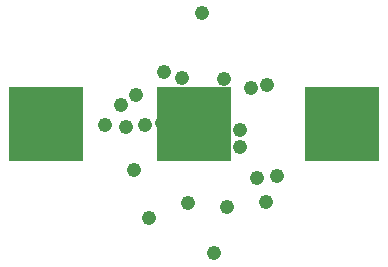
<source format=gbs>
G75*
G70*
%OFA0B0*%
%FSLAX24Y24*%
%IPPOS*%
%LPD*%
%AMOC8*
5,1,8,0,0,1.08239X$1,22.5*
%
%ADD10R,0.2470X0.2470*%
%ADD11C,0.0476*%
D10*
X002081Y006979D03*
X007002Y006979D03*
X011923Y006979D03*
D11*
X005494Y003833D03*
X006794Y004349D03*
X008093Y004223D03*
X009089Y005175D03*
X009782Y005262D03*
X009392Y004384D03*
X007660Y002664D03*
X005018Y005435D03*
X004754Y006868D03*
X005376Y006931D03*
X005947Y007030D03*
X005061Y007947D03*
X004569Y007612D03*
X004022Y006951D03*
X006014Y008699D03*
X006597Y008526D03*
X008014Y008486D03*
X008916Y008164D03*
X009435Y008294D03*
X008526Y006774D03*
X008530Y006207D03*
X007207Y006321D03*
X007270Y010683D03*
M02*

</source>
